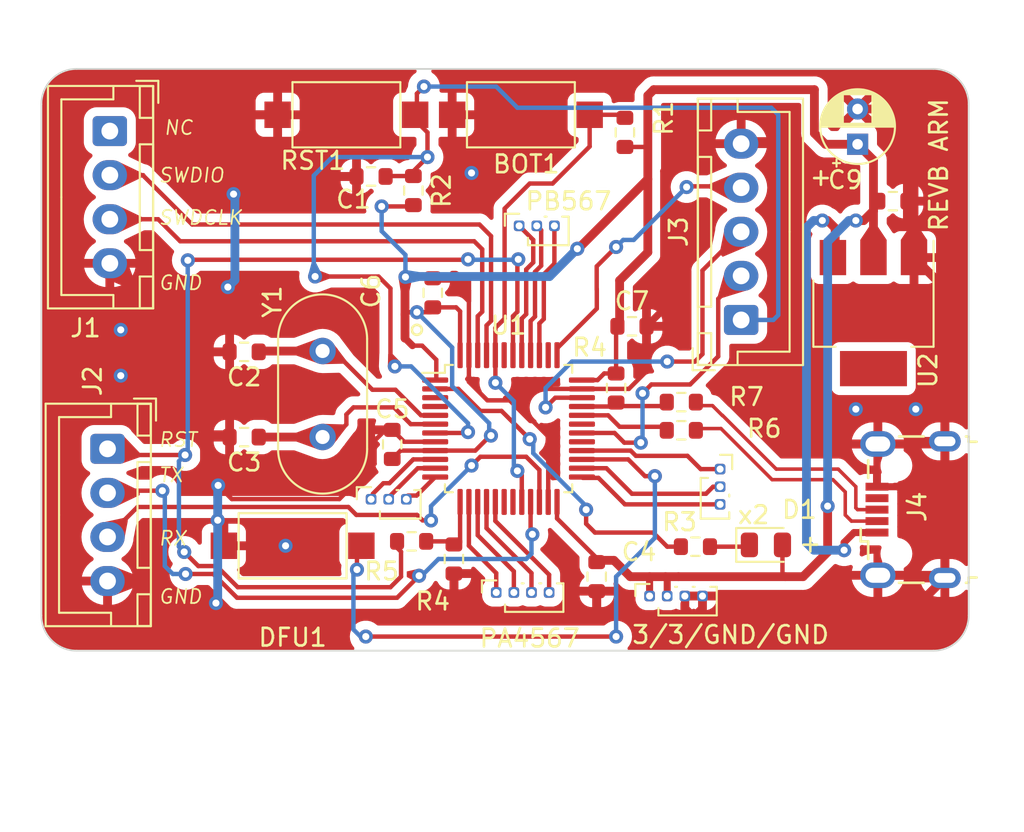
<source format=kicad_pcb>
(kicad_pcb (version 20230517) (generator pcbnew)
  (layers (0 "F.Cu" signal) (31 "B.Cu" signal) (34 "B.Paste" user) (35 "F.Paste" user) (36 "B.SilkS" user "B.Silkscreen") (37 "F.SilkS" user "F.Silkscreen") (38 "B.Mask" user) (39 "F.Mask" user) (44 "Edge.Cuts" user))
  (net 0 "")
  (net 1 "+3.3V")
  (net 2 "GND")
  (net 3 "OUT_UART_TX")
  (net 4 "OUT_UART_RX")
  (net 5 "UART_TX")
  (net 6 "D-")
  (net 7 "D+")
  (net 8 "SWDIO")
  (net 9 "SWDCLK")
  (net 10 "NRST")
  (net 11 "INOUT_NRESET")
  (net 12 "OUT_SWDIO")
  (net 13 "OUT_SWDCLK")
  (net 14 "Net-(D1-K)")
  (net 15 "Net-(J4-VBUS)")
  (net 18 "IN_FORCE_DFU")
  (net 19 "unconnected-(U1-PA0-Pad10)")
  (net 20 "unconnected-(U1-PA1-Pad11)")
  (net 21 "unconnected-(U1-PA2-Pad12)")
  (net 22 "unconnected-(U1-PA4-Pad14)")
  (net 23 "unconnected-(U1-PA5-Pad15)")
  (net 24 "unconnected-(U1-PA6-Pad16)")
  (net 25 "unconnected-(U1-PA7-Pad17)")
  (net 28 "unconnected-(U1-PB12-Pad25)")
  (net 29 "unconnected-(U1-PB13-Pad26)")
  (net 30 "unconnected-(U1-PB15-Pad28)")
  (net 34 "unconnected-(U1-PB3-Pad39)")
  (net 35 "unconnected-(U1-PB4-Pad40)")
  (net 36 "unconnected-(U1-PB5-Pad41)")
  (net 38 "Net-(U1-BOOT0)")
  (net 39 "Net-(U1-PA3)")
  (net 40 "Net-(U1-PA12)")
  (net 41 "Net-(U1-PA11)")
  (net 42 "Net-(U1-PD0)")
  (net 43 "Net-(U1-PD1)")
  (net 46 "Net-(U1-PC13)")
  (footprint "Connector_USB:USB_Micro-B_Wuerth_629105150521" (layer "F.Cu") (at 152.1 92 90)
    (fp_text reference "J4")
    (fp_text value "USB_OTG")
  )
  (footprint "Resistor_SMD:R_0603_1608Metric" (layer "F.Cu") (at 139.1 87.5 180)
    (fp_text reference "R6")
    (fp_text value "22")
  )
  (footprint "Resistor_SMD:R_0603_1608Metric" (layer "F.Cu") (at 139.9 94.1)
    (fp_text reference "R3")
    (fp_text value "R_Small")
  )
  (footprint "Resistor_SMD:R_0603_1608Metric" (layer "F.Cu") (at 151.1 74.5)
    (fp_text reference "C9")
    (fp_text value "C_Small")
  )
  (footprint "Connector_PinSocket_1.00mm:PinSocket_1x04_P1.00mm_Vertical" (layer "F.Cu") (at 137.3 96.9 90)
    (fp_text reference "3/3/GND/GND")
    (fp_text value "PinSocket_1x04_P1.00mm_Vertical")
  )
  (footprint "Resistor_SMD:R_0603_1608Metric" (layer "F.Cu") (at 134.3 95.8 -90)
    (fp_text reference "C4")
    (fp_text value "C_Small")
  )
  (footprint "Resistor_SMD:R_0603_1608Metric" (layer "F.Cu") (at 135.9 70.6 90)
    (fp_text reference "R1")
    (fp_text value "10k")
  )
  (footprint "Button_Switch_SMD:SW_SPST_CK_RS282G05A3" (layer "F.Cu") (at 120.1 69.6 180)
    (fp_text reference "RST1")
    (fp_text value "SW_DIP_x01")
  )
  (footprint "Resistor_SMD:R_0603_1608Metric" (layer "F.Cu") (at 122.7 88.3 90)
    (fp_text reference "C5")
    (fp_text value "C_Small")
  )
  (footprint "Button_Switch_SMD:SW_SPST_CK_RS282G05A3" (layer "F.Cu") (at 117.05 94.05 180)
    (fp_text reference "DFU1")
    (fp_text value "SW_DIP_x01")
  )
  (footprint "Package_TO_SOT_SMD:SOT-223" (layer "F.Cu") (at 150 80.85 -90)
    (fp_text reference "U2")
    (fp_text value "LM1117-3.3")
  )
  (footprint "Button_Switch_SMD:SW_SPST_CK_RS282G05A3" (layer "F.Cu") (at 130 69.6 180)
    (fp_text reference "BOT1")
    (fp_text value "SW_DIP_x01")
  )
  (footprint "Connector_JST:JST_XH_B4B-XH-A_1x04_P2.50mm_Vertical" (layer "F.Cu") (at 106.55 88.55 -90)
    (fp_text reference "J2")
    (fp_text value "BMP Debug2")
  )
  (footprint "Resistor_SMD:R_0603_1608Metric" (layer "F.Cu") (at 121.5 73.1 180)
    (fp_text reference "C1")
    (fp_text value "C_Small")
  )
  (footprint "Diode_SMD:D_0805_2012Metric" (layer "F.Cu") (at 143.9 94)
    (fp_text reference "D1")
    (fp_text value "LED")
  )
  (footprint "Resistor_SMD:R_0603_1608Metric" (layer "F.Cu") (at 126.2 94.8 90)
    (fp_text reference "R4")
    (fp_text value "R_Small")
  )
  (footprint "Connector_PinSocket_1.00mm:PinSocket_1x04_P1.00mm_Vertical" (layer "F.Cu") (at 128.6 96.7 90)
    (fp_text reference "PA4567")
    (fp_text value "PinSocket_1x04_P1.00mm_Vertical")
  )
  (footprint "Connector_PinSocket_1.00mm:PinSocket_1x03_P1.00mm_Vertical" (layer "F.Cu") (at 141.3 89.7)
    (fp_text reference "x2")
    (fp_text value "PinSocket_1x03_P1.00mm_Vertical")
  )
  (footprint "Capacitor_THT:CP_Radial_D4.0mm_P2.00mm" (layer "F.Cu") (at 149.1 71.2726 90)
    (fp_text reference "C8" hide)
    (fp_text value "C_Polarized")
  )
  (footprint "Connector_PinSocket_1.00mm:PinSocket_1x03_P1.00mm_Vertical" (layer "F.Cu") (at 121.5 91.41 90)
    (fp_text reference "")
    (fp_text value "PinSocket_1x03_P1.00mm_Vertical")
  )
  (footprint "Resistor_SMD:R_0603_1608Metric" (layer "F.Cu") (at 125 79.7 90)
    (fp_text reference "C6")
    (fp_text value "C_Small")
  )
  (footprint "Resistor_SMD:R_0603_1608Metric" (layer "F.Cu") (at 123.9 73.9 90)
    (fp_text reference "R2")
    (fp_text value "R_Small")
  )
  (footprint "Resistor_SMD:R_0603_1608Metric" (layer "F.Cu") (at 114.3 87.884 180)
    (fp_text reference "C3")
    (fp_text value "C_Small")
  )
  (footprint "Connector_JST:JST_XH_B4B-XH-A_1x04_P2.50mm_Vertical" (layer "F.Cu") (at 106.68 70.525 -90)
    (fp_text reference "J1")
    (fp_text value "BMP Debug1")
  )
  (footprint "Package_QFP:LQFP-48_7x7mm_P0.5mm" (layer "F.Cu") (at 129.3 87.4)
    (fp_text reference "U1")
    (fp_text value "STM32F103CBTx")
  )
  (footprint "Resistor_SMD:R_0603_1608Metric" (layer "F.Cu") (at 139.1 85.9 180)
    (fp_text reference "R7")
    (fp_text value "22")
  )
  (footprint "Resistor_SMD:R_0603_1608Metric" (layer "F.Cu") (at 136.3 81.6)
    (fp_text reference "C7")
    (fp_text value "C_Small")
  )
  (footprint "Crystal:Crystal_HC49-U_Vertical" (layer "F.Cu") (at 118.75 83 -90)
    (fp_text reference "Y1")
    (fp_text value "Crystal")
  )
  (footprint "Resistor_SMD:R_0603_1608Metric" (layer "F.Cu") (at 114.3 83.05 180)
    (fp_text reference "C2")
    (fp_text value "C_Small")
  )
  (footprint "Resistor_SMD:R_0603_1608Metric" (layer "F.Cu") (at 123.8 93.8)
    (fp_text reference "R5")
    (fp_text value "10k")
  )
  (footprint "Connector_PinSocket_1.00mm:PinSocket_1x03_P1.00mm_Vertical" (layer "F.Cu") (at 129.9 75.9 90)
    (fp_text reference "PB567")
    (fp_text value "PinSocket_1x03_P1.00mm_Vertical")
  )
  (footprint "Resistor_SMD:R_0603_1608Metric" (layer "F.Cu") (at 135.4 85.1 -90)
    (fp_text reference "R4")
    (fp_text value "1.2k")
  )
  (footprint "Connector_JST:JST_XH_B5B-XH-A_1x05_P2.50mm_Vertical" (layer "F.Cu") (at 142.494011 81.239001 90)
    (fp_text reference "J3")
    (fp_text value "Debug port")
  )
  (gr_circle (center 124.1 81.8) (end 123.9 81.6) (stroke (width 0.15)) (fill none) (layer "F.SilkS"))
  (gr_arc (start 102.8 69) (mid 103.385786 67.585786) (end 104.8 67) (stroke (width 0.1)) (layer "Edge.Cuts"))
  (gr_arc (start 104.8 100) (mid 103.385786 99.414214) (end 102.8 98) (stroke (width 0.1)) (layer "Edge.Cuts"))
  (gr_arc (start 153.4 67) (mid 154.814214 67.585786) (end 155.4 69) (stroke (width 0.1)) (layer "Edge.Cuts"))
  (gr_line (start 104.8 67) (end 153.4 67) (stroke (width 0.1)) (layer "Edge.Cuts"))
  (gr_line (start 155.4 69) (end 155.4 98) (stroke (width 0.1)) (layer "Edge.Cuts"))
  (gr_line (start 102.8 98) (end 102.8 69) (stroke (width 0.1)) (layer "Edge.Cuts"))
  (gr_line (start 153.4 100) (end 104.8 100) (stroke (width 0.1)) (layer "Edge.Cuts"))
  (gr_arc (start 155.4 98) (mid 154.814214 99.414214) (end 153.4 100) (stroke (width 0.1)) (layer "Edge.Cuts"))
  (gr_text "GND" (at 109.4 97.4) (layer "F.SilkS") (effects (font (size 0.8 0.8) (thickness 0.1) italic) (justify left bottom)))
  (gr_text "SWDIO" (at 109.4 73.5) (layer "F.SilkS") (effects (font (size 0.8 0.8) (thickness 0.1) italic) (justify left bottom)))
  (gr_text "NC" (at 109.7 70.8) (layer "F.SilkS") (effects (font (size 0.8 0.8) (thickness 0.1) italic) (justify left bottom)))
  (gr_text "SWDCLK" (at 109.4 75.9) (layer "F.SilkS") (effects (font (size 0.8 0.8) (thickness 0.1) italic) (justify left bottom)))
  (gr_text "RX" (at 109.4 94.1) (layer "F.SilkS") (effects (font (size 0.8 0.8) (thickness 0.1) italic) (justify left bottom)))
  (gr_text "+" (at 145.7 94.5) (layer "F.SilkS") (effects (font (size 1 1)) (justify left bottom)))
  (gr_text "TX" (at 109.4 90.5) (layer "F.SilkS") (effects (font (size 0.8 0.8) (thickness 0.1) italic) (justify left bottom)))
  (gr_text "REVB ARM\n\n" (at 155.9 76.3 90) (layer "F.SilkS") (effects (font (size 1 1)) (justify left bottom)))
  (gr_text "RST" (at 109.4 88.5) (layer "F.SilkS") (effects (font (size 0.8 0.8) (thickness 0.1) italic) (justify left bottom)))
  (gr_text "+" (at 146.3 73.7) (layer "F.SilkS") (effects (font (size 1 1)) (justify left bottom)))
  (gr_text "GND" (at 109.4 79.6) (layer "F.SilkS") (effects (font (size 0.8 0.8) (thickness 0.1) italic) (justify left bottom)))
  (segment (start 144.8375 94) (end 144.8375 95.6395) (width 0.25) (layer "F.Cu") (net 1))
  (segment (start 146.65 70.65) (end 146.65 68.175) (width 0.5) (layer "F.Cu") (net 1))
  (segment (start 136.1 71.425) (end 137.2 71.425) (width 0.25) (layer "F.Cu") (net 1))
  (segment (start 123.425 78.825) (end 123.45 78.8) (width 0.25) (layer "F.Cu") (net 1))
  (segment (start 124.875 80.8) (end 124.1 80.8) (width 0.25) (layer "F.Cu") (net 1))
  (segment (start 133.25 77.2) (end 137.2 73.25) (width 0.5) (layer "F.Cu") (net 1))
  (segment (start 137.2 68.51) (end 137.2 77.4) (width 0.5) (layer "F.Cu") (net 1))
  (segment (start 150 75.044) (end 150 72.1726) (width 0.5) (layer "F.Cu") (net 1))
  (segment (start 138.938 95.802) (end 138.2 95.802) (width 0.5) (layer "F.Cu") (net 1))
  (segment (start 138.2 95.802) (end 137.3 95.802) (width 0.5) (layer "F.Cu") (net 1))
  (segment (start 147.4 94.408) (end 146.006 95.802) (width 0.5) (layer "F.Cu") (net 1))
  (segment (start 149.1 71.2726) (end 147.2726 71.2726) (width 0.5) (layer "F.Cu") (net 1))
  (segment (start 123.425 78.775) (end 123.425 78.75) (width 0.25) (layer "F.Cu") (net 1))
  (segment (start 126.325 80.525) (end 126.55 80.75) (width 0.25) (layer "F.Cu") (net 1))
  (segment (start 123.425 82.275) (end 123.425 80.925) (width 0.5) (layer "F.Cu") (net 1))
  (segment (start 124.1 80.8) (end 123.55 80.8) (width 0.25) (layer "F.Cu") (net 1))
  (segment (start 125.2 83.5) (end 125.2 84.5875) (width 0.25) (layer "F.Cu") (net 1))
  (segment (start 134.3 94.75) (end 132.05 92.5) (width 0.25) (layer "F.Cu") (net 1))
  (segment (start 137.3 96.9) (end 137.3 95.802) (width 0.4) (layer "F.Cu") (net 1))
  (segment (start 134.725 84.275) (end 135.4 84.275) (width 0.25) (layer "F.Cu") (net 1))
  (segment (start 125.1375 88.65) (end 127.413604 88.65) (width 0.25) (layer "F.Cu") (net 1))
  (segment (start 128.263604 87.8) (end 128.3 87.8) (width 0.25) (layer "F.Cu") (net 1))
  (segment (start 134.675 94.875) (end 135.275 94.875) (width 0.5) (layer "F.Cu") (net 1))
  (segment (start 126.55 80.75) (end 126.55 83.2375) (width 0.25) (layer "F.Cu") (net 1))
  (segment (start 150 72.1726) (end 149.1 71.2726) (width 0.5) (layer "F.Cu") (net 1))
  (segment (start 124.397 82.697) (end 123.847 82.697) (width 0.25) (layer "F.Cu") (net 1))
  (segment (start 123.45 78.8) (end 123.425 78.775) (width 0.25) (layer "F.Cu") (net 1))
  (segment (start 150 77.7) (end 150 75.044) (width 0.5) (layer "F.Cu") (net 1))
  (segment (start 136.202 95.802) (end 137.3 95.802) (width 0.5) (layer "F.Cu") (net 1))
  (segment (start 132.05 92.5) (end 132.05 91.5625) (width 0.25) (layer "F.Cu") (net 1))
  (segment (start 134.35 84.65) (end 134.725 84.275) (width 0.25) (layer "F.Cu") (net 1))
  (segment (start 135.275 94.875) (end 136.202 95.802) (width 0.5) (layer "F.Cu") (net 1))
  (segment (start 122.1 74.8) (end 123.825 74.8) (width 0.25) (layer "F.Cu") (net 1))
  (segment (start 125 80.525) (end 126.325 80.525) (width 0.25) (layer "F.Cu") (net 1))
  (segment (start 123.847 82.697) (end 123.425 82.275) (width 0.4) (layer "F.Cu") (net 1))
  (segment (start 127.413604 88.65) (end 128.263604 87.8) (width 0.25) (layer "F.Cu") (net 1))
  (segment (start 144.8375 95.6395) (end 145 95.802) (width 0.25) (layer "F.Cu") (net 1))
  (segment (start 138.3 95.902) (end 138.2 95.802) (width 0.25) (layer "F.Cu") (net 1))
  (segment (start 149 75.6) (end 149.444 75.6) (width 0.5) (layer "F.Cu") (net 1))
  (segment (start 125.2 83.5) (end 124.397 82.697) (width 0.25) (layer "F.Cu") (net 1))
  (segment (start 125.2 84.5875) (end 125.1375 84.65) (width 0.25) (layer "F.Cu") (net 1))
  (segment (start 147.4 91.8) (end 147.4 94.408) (width 0.5) (layer "F.Cu") (net 1))
  (segment (start 138.3 96.9) (end 138.3 95.902) (width 0.4) (layer "F.Cu") (net 1))
  (segment (start 149.444 75.6) (end 150 75.044) (width 0.5) (layer "F.Cu") (net 1))
  (segment (start 146.006 95.802) (end 145 95.802) (width 0.5) (layer "F.Cu") (net 1))
  (segment (start 146.65 68.175) (end 137.535 68.175) (width 0.5) (layer "F.Cu") (net 1))
  (segment (start 135.6 79) (end 135.6 81.475) (width 0.5) (layer "F.Cu") (net 1))
  (segment (start 137.535 68.175) (end 137.2 68.51) (width 0.5) (layer "F.Cu") (net 1))
  (segment (start 137.2 77.4) (end 135.6 79) (width 0.5) (layer "F.Cu") (net 1))
  (segment (start 123.175 88.65) (end 122.7 89.125) (width 0.25) (layer "F.Cu") (net 1))
  (segment (start 147.2726 71.2726) (end 146.65 70.65) (width 0.5) (layer "F.Cu") (net 1))
  (segment (start 123.425 80.925) (end 123.425 78.825) (width 0.5) (layer "F.Cu") (net 1))
  (segment (start 135.4 81.675) (end 135.4 84.275) (width 0.25) (layer "F.Cu") (net 1))
  (segment (start 133.4625 84.65) (end 134.35 84.65) (width 0.25) (layer "F.Cu") (net 1))
  (segment (start 123.425 78.75) (end 123.45 78.725) (width 0.25) (layer "F.Cu") (net 1))
  (segment (start 123.55 80.8) (end 123.425 80.925) (width 0.25) (layer "F.Cu") (net 1))
  (segment (start 125.1375 88.65) (end 123.175 88.65) (width 0.25) (layer "F.Cu") (net 1))
  (segment (start 138.938 95.802) (end 145 95.802) (width 0.5) (layer "F.Cu") (net 1))
  (via (at 123.45 78.8) (size 0.8) (drill 0.4) (layers "F.Cu" "B.Cu") (net 1))
  (via (at 149 75.6) (size 0.8) (drill 0.4) (layers "F.Cu" "B.Cu") (net 1))
  (via (at 147.4 91.8) (size 0.8) (drill 0.4) (layers "F.Cu" "B.Cu") (net 1))
  (via (at 124.1 80.8) (size 0.8) (drill 0.4) (layers "F.Cu" "B.Cu") (net 1))
  (via (at 128.3 87.8) (size 0.8) (drill 0.4) (layers "F.Cu" "B.Cu") (net 1))
  (via (at 122.1 74.8) (size 0.8) (drill 0.4) (layers "F.Cu" "B.Cu") (net 1))
  (via (at 133.2 77.2) (size 0.8) (drill 0.4) (layers "F.Cu" "B.Cu") (net 1))
  (segment (start 147.4 76.8) (end 148.6 75.6) (width 0.5) (layer "B.Cu") (net 1))
  (segment (start 147.4 91.8) (end 147.4 76.8) (width 0.5) (layer "B.Cu") (net 1))
  (segment (start 123.55 78.775) (end 123.575 78.775) (width 0.25) (layer "B.Cu") (net 1))
  (segment (start 122.1 76.2) (end 122.1 74.8) (width 0.25) (layer "B.Cu") (net 1))
  (segment (start 133.2 77.2) (end 131.625 78.775) (width 0.5) (layer "B.Cu") (net 1))
  (segment (start 123.6 78.775) (end 123.45 78.75) (width 0.25) (layer "B.Cu") (net 1))
  (segment (start 128.2 87.1) (end 126.1 85) (width 0.25) (layer "B.Cu") (net 1))
  (segment (start 123.45 78.75) (end 123.55 78.775) (width 0.25) (layer "B.Cu") (net 1))
  (segment (start 123.45 78.8) (end 123.45 77.55) (width 0.25) (layer "B.Cu") (net 1))
  (segment (start 128.2 87.7) (end 128.2 87.1) (width 0.25) (layer "B.Cu") (net 1))
  (segment (start 126.1 85) (end 126.1 82.8) (width 0.25) (layer "B.Cu") (net 1))
  (segment (start 128.3 87.8) (end 128.2 87.7) (width 0.25) (layer "B.Cu") (net 1))
  (segment (start 123.45 77.55) (end 122.1 76.2) (width 0.25) (layer "B.Cu") (net 1))
  (segment (start 131.625 78.775) (end 123.6 78.775) (width 0.5) (layer "B.Cu") (net 1))
  (segment (start 126.1 82.8) (end 124.1 80.8) (width 0.25) (layer "B.Cu") (net 1))
  (segment (start 148.6 75.6) (end 149 75.6) (width 0.5) (layer "B.Cu") (net 1))
  (segment (start 123.049 87.82) (end 123.379 88.15) (width 0.25) (layer "F.Cu") (net 2))
  (segment (start 139.3 97.544) (end 139.3 96.9) (width 0.4) (layer "F.Cu") (net 2))
  (segment (start 126.357315 78.875) (end 127.05 79.567685) (width 0.25) (layer "F.Cu") (net 2))
  (segment (start 113.475 79.475) (end 113.375 79.375) (width 0.4) (layer "F.Cu") (net 2))
  (segment (start 112 89.8) (end 112.825 90.625) (width 0.4) (layer "F.Cu") (net 2))
  (segment (start 154.05 95.875) (end 154.05 90.5) (width 0.5) (layer "F.Cu") (net 2))
  (segment (start 145.288 86.36) (end 147.203 88.275) (width 0.5) (layer "F.Cu") (net 2))
  (segment (start 114.3 69.6) (end 115.9 69.6) (width 0.5) (layer "F.Cu") (net 2))
  (segment (start 113.291 87.7) (end 112 87.7) (width 0.4) (layer "F.Cu") (net 2))
  (segment (start 133.4625 85.15) (end 136.124695 85.15) (width 0.25) (layer "F.Cu") (net 2))
  (segment (start 134.3 96.625) (end 134.3 97.869) (width 0.5) (layer "F.Cu") (net 2))
  (segment (start 150.25 95.725) (end 153.9 95.725) (width 0.5) (layer "F.Cu") (net 2))
  (segment (start 144.78 71.12) (end 142.805 71.12) (width 0.5) (layer "F.Cu") (net 2))
  (segment (start 139.8 98.044) (end 139.3 97.544) (width 0.4) (layer "F.Cu") (net 2))
  (segment (start 126.2 95.625) (end 126.2 97.925) (width 0.5) (layer "F.Cu") (net 2))
  (segment (start 142.494 71.24) (end 139.66 71.24) (width 0.4) (layer "F.Cu") (net 2))
  (segment (start 130 85.8) (end 128.1 85.8) (width 0.25) (layer "F.Cu") (net 2))
  (segment (start 150.25 88.275) (end 153.9 88.275) (width 0.5) (layer "F.Cu") (net 2))
  (segment (start 113.1 92.9) (end 112.8 92.6) (width 0.5) (layer "F.Cu") (net 2))
  (segment (start 130 86.3) (end 131.55 87.85) (width 0.25) (layer "F.Cu") (net 2))
  (segment (start 127.05 79.567685) (end 127.05 83.2375) (width 0.25) (layer "F.Cu") (net 2))
  (segment (start 122.7 87.475) (end 122.315 87.475) (width 0.25) (layer "F.Cu") (net 2))
  (segment (start 130.65 85.15) (end 130 85.8) (width 0.25) (layer "F.Cu") (net 2))
  (segment (start 145.288 84.3) (end 145.288 86.36) (width 0.5) (layer "F.Cu") (net 2))
  (segment (start 138.1 72.8) (end 138.1 80.625) (width 0.4) (layer "F.Cu") (net 2))
  (segment (start 110.744 98.044) (end 108.75 96.05) (width 0.5) (layer "F.Cu") (net 2))
  (segment (start 113.3 80.2) (end 108.855 80.2) (width 0.5) (layer "F.Cu") (net 2))
  (segment (start 120.5875 73.1) (end 113.8125 73.1) (width 0.5) (layer "F.Cu") (net 2))
  (segment (start 113.725 70.175) (end 114.3 69.6) (width 0.5) (layer "F.Cu") (net 2))
  (segment (start 113.1 93.9) (end 113.1 92.9) (width 0.5) (layer "F.Cu") (net 2))
  (segment (start 151.4726 69.2726) (end 152.3 70.1) (width 0.5) (layer "F.Cu") (net 2))
  (segment (start 113.475 83.05) (end 112.25 83.05) (width 0.4) (layer "F.Cu") (net 2))
  (segment (start 138.1 80.625) (end 137.125 81.6) (width 0.4) (layer "F.Cu") (net 2))
  (segment (start 123.379 88.15) (end 125.1375 88.15) (width 0.25) (layer "F.Cu") (net 2))
  (segment (start 121.7 88.09) (end 121.7 89.4) (width 0.25) (layer "F.Cu") (net 2))
  (segment (start 139.8 98.044) (end 151.881 98.044) (width 0.5) (layer "F.Cu") (net 2))
  (segment (start 137.125 84.149695) (end 137.125 81.6) (width 0.25) (layer "F.Cu") (net 2))
  (segment (start 113.6 91.4) (end 112.825 90.625) (width 0.25) (layer "F.Cu") (net 2))
  (segment (start 154.05 79.45) (end 152.3 77.7) (width 0.5) (layer "F.Cu") (net 2))
  (segment (start 112.7 97.275) (end 112.7 97.969) (width 0.5) (layer "F.Cu") (net 2))
  (segment (start 112.725 90.625) (end 112.8 90.55) (width 0.25) (layer "F.Cu") (net 2))
  (segment (start 136.124695 85.15) (end 137.125 84.149695) (width 0.25) (layer "F.Cu") (net 2))
  (segment (start 150.2 90.7) (end 153.85 90.7) (width 0.4) (layer "F.Cu") (net 2))
  (segment (start 112 87.7) (end 112 89.8) (width 0.4) (layer "F.Cu") (net 2))
  (segment (start 108.75 96.05) (end 106.55 96.05) (width 0.5) (layer "F.Cu") (net 2))
  (segment (start 152.3 70.1) (end 152.3 77.7) (width 0.5) (layer "F.Cu") (net 2))
  (segment (start 145.288 84.3) (end 145.288 71.628) (width 0.5) (layer "F.Cu") (net 2))
  (segment (start 121.7 89.4) (end 119.7 91.4) (width 0.25) (layer "F.Cu") (net 2))
  (segment (start 154.05 90.5) (end 154.05 79.45) (width 0.5) (layer "F.Cu") (net 2))
  (segment (start 130 85.8) (end 130 86.3) (width 0.25) (layer "F.Cu") (net 2))
  (segment (start 112 83.3) (end 112 87.7) (width 0.4) (layer "F.Cu") (net 2))
  (segment (start 145.288 71.628) (end 144.78 71.12) (width 0.5) (layer "F.Cu") (net 2))
  (segment (start 122.315 87.475) (end 121.7 88.09) (width 0.25) (layer "F.Cu") (net 2))
  (segment (start 131.55 87.85) (end 131.55 91.5625) (width 0.25) (layer "F.Cu") (net 2))
  (segment (start 112.625 98.044) (end 110.744 98.044) (width 0.5) (layer "F.Cu") (net 2))
  (segment (start 139.8 98.044) (end 140.3 97.544) (width 0.4) (layer "F.Cu") (net 2))
  (segment (start 112.825 90.625) (end 112.725 90.625) (width 0.25) (layer "F.Cu") (net 2))
  (segment (start 112.625 98.044) (end 139.8 98.044) (width 0.5) (layer "F.Cu") (net 2))
  (segment (start 150.2 90.7) (end 150.2 88.325) (width 0.4) (layer "F.Cu") (net 2))
  (segment (start 151.881 98.044) (end 154.05 95.875) (width 0.5) (layer "F.Cu") (net 2))
  (segment (start 113.725 74.1) (end 113.725 70.175) (width 0.5) (layer "F.Cu") (net 2))
  (segment (start 108.855 80.2) (end 106.68 78.025) (width 0.5) (layer "F.Cu") (net 2))
  (segment (start 133.4625 85.15) (end 130.65 85.15) (width 0.25) (layer "F.Cu") (net 2))
  (segment (start 140.3 97.544) (end 140.3 96.9) (width 0.4) (layer "F.Cu") (net 2))
  (segment (start 139.66 71.24) (end 138.1 72.8) (width 0.4) (layer "F.Cu") (net 2))
  (segment (start 127.05 84.75) (end 127.05 83.2375) (width 0.25) (layer "F.Cu") (net 2))
  (segment (start 128.1 85.8) (end 127.05 84.75) (width 0.25) (layer "F.Cu") (net 2))
  (segment (start 147.203 88.275) (end 150.25 88.275) (width 0.5) (layer "F.Cu") (net 2))
  (segment (start 112.25 83.05) (end 112 83.3) (width 0.4) (layer "F.Cu") (net 2))
  (segment (start 153.85 90.7) (end 154.05 90.5) (width 0.25) (layer "F.Cu") (net 2))
  (segment (start 113.475 83.05) (end 113.475 79.475) (width 0.4) (layer "F.Cu") (net 2))
  (segment (start 149.1 69.2726) (end 151.4726 69.2726) (width 0.5) (layer "F.Cu") (net 2))
  (segment (start 113.6 91.4) (end 119.7 91.4) (width 0.25) (layer "F.Cu") (net 2))
  (segment (start 125 78.875) (end 126.357315 78.875) (width 0.25) (layer "F.Cu") (net 2))
  (segment (start 112.825 90.525) (end 112.825 90.625) (width 0.25) (layer "F.Cu") (net 2))
  (segment (start 112.7 97.969) (end 112.625 98.044) (width 0.5) (layer "F.Cu") (net 2))
  (via (at 107.3 84.4) (size 0.8) (drill 0.4) (layers "F.Cu" "B.Cu") (net 2))
  (via (at 152.4 86.3) (size 0.8) (drill 0.4) (layers "F.Cu" "B.Cu") (net 2))
  (via (at 112.8 92.6) (size 0.8) (drill 0.4) (layers "F.Cu" "B.Cu") (net 2))
  (via (at 107.3 81.8) (size 0.8) (drill 0.4) (layers "F.Cu" "B.Cu") (net 2))
  (via (at 116.65 94.05) (size 0.8) (drill 0.4) (layers "F.Cu" "B.Cu") (net 2))
  (via (at 149 86.3) (size 0.8) (drill 0.4) (layers "F.Cu" "B.Cu") (net 2))
  (via (at 113.7 74.1) (size 0.8) (drill 0.4) (layers "F.Cu" "B.Cu") (net 2))
  (via (at 112.825 90.625) (size 0.8) (drill 0.4) (layers "F.Cu" "B.Cu") (net 2))
  (via (at 113.375 79.375) (size 0.8) (drill 0.4) (layers "F.Cu" "B.Cu") (net 2))
  (via locked (at 112.7 97.3) (size 0.8) (drill 0.4) (layers "F.Cu" "B.Cu") (net 2))
  (via (at 127.2 72.9) (size 0.8) (drill 0.4) (layers "F.Cu" "B.Cu") (net 2))
  (segment (start 112.8 90.9) (end 112.8 91.3) (width 0.5) (layer "B.Cu") (net 2))
  (segment (start 112.8 91.3) (end 112.8 92.7) (width 0.5) (layer "B.Cu") (net 2))
  (segment (start 112.8 92.7) (end 112.8 97.2) (width 0.5) (layer "B.Cu") (net 2))
  (segment (start 113.775 78.975) (end 113.775 74.15) (width 0.5) (layer "B.Cu") (net 2))
  (segment (start 112.8 97.2) (end 112.7 97.3) (width 0.5) (layer "B.Cu") (net 2))
  (segment (start 113.375 79.375) (end 113.775 78.975) (width 0.5) (layer "B.Cu") (net 2))
  (segment (start 113.775 74.15) (end 113.725 74.1) (width 0.5) (layer "B.Cu") (net 2))
  (segment (start 130.55 93.35) (end 130.6 93.4) (width 0.25) (layer "F.Cu") (net 3))
  (segment (start 130.65 93.4) (end 130.65 93.45) (width 0.25) (layer "F.Cu") (net 3))
  (segment (start 112.55 95.65) (end 113.9 97) (width 0.25) (layer "F.Cu") (net 3))
  (segment (start 106.675 90.925) (end 109.659946 90.925) (width 0.25) (layer "F.Cu") (net 3))
  (segment (start 113.9 97) (end 122.975 97) (width 0.25) (layer "F.Cu") (net 3))
  (segment (start 130.65 93.45) (end 130.6 93.4) (width 0.25) (layer "F.Cu") (net 3))
  (segment (start 122.975 97) (end 124.225 95.75) (width 0.25) (layer "F.Cu") (net 3))
  (segment (start 130.55 91.5625) (end 130.55 93.35) (width 0.25) (layer "F.Cu") (net 3))
  (segment (start 110.975 95.65) (end 112.55 95.65) (width 0.25) (layer "F.Cu") (net 3))
  (segment (start 130.6 93.4) (end 130.65 93.4) (width 0.25) (layer "F.Cu") (net 3))
  (via (at 124.225 95.75) (size 0.8) (drill 0.4) (layers "F.Cu" "B.Cu") (net 3))
  (via (at 109.659946 90.925) (size 0.8) (drill 0.4) (layers "F.Cu" "B.Cu") (net 3))
  (via (at 110.975 95.65) (size 0.8) (drill 0.4) (layers "F.Cu" "B.Cu") (net 3))
  (via (at 130.65 93.4) (size 0.8) (drill 0.4) (layers "F.Cu" "B.Cu") (net 3))
  (segment (start 130.6 94.5) (end 130.3 94.8) (width 0.25) (layer "B.Cu") (net 3))
  (segment (start 109.8 95.2) (end 110.25 95.65) (width 0.25) (layer "B.Cu") (net 3))
  (segment (start 130.6 93.4) (end 130.6 94.5) (width 0.25) (layer "B.Cu") (net 3))
  (segment (start 130.3 94.8) (end 125.325 94.8) (width 0.25) (layer "B.Cu") (net 3))
  (segment (start 125.325 94.8) (end 124.4 95.725) (width 0.25) (layer "B.Cu") (net 3))
  (segment (start 110.25 95.65) (end 110.975 95.65) (width 0.25) (layer "B.Cu") (net 3))
  (segment (start 109.8 91.065054) (end 109.8 95.2) (width 0.25) (layer "B.Cu") (net 3))
  (segment (start 109.659946 90.925) (end 109.8 91.065054) (width 0.25) (layer "B.Cu") (net 3))
  (segment (start 127.7 89) (end 130.3 89) (width 0.25) (layer "F.Cu") (net 4))
  (segment (start 124.9 92.61) (end 124.421751 92.61) (width 0.25) (layer "F.Cu") (net 4))
  (segment (start 127.2 89.5) (end 127.7 89) (width 0.25) (layer "F.Cu") (net 4))
  (segment (start 108.25 91.85) (end 106.55 93.55) (width 0.25) (layer "F.Cu") (net 4))
  (segment (start 131.05 89.75) (end 131.05 91.5625) (width 0.25) (layer "F.Cu") (net 4))
  (segment (start 130.3 89) (end 131.05 89.75) (width 0.25) (layer "F.Cu") (net 4))
  (segment (start 124.111751 92.3) (end 120.665 92.3) (width 0.25) (layer "F.Cu") (net 4))
  (segment (start 120.665 92.3) (end 120.215 91.85) (width 0.25) (layer "F.Cu") (net 4))
  (segment (start 124.421751 92.61) (end 124.111751 92.3) (width 0.25) (layer "F.Cu") (net 4))
  (segment (start 120.215 91.85) (end 108.25 91.85) (width 0.25) (layer "F.Cu") (net 4))
  (via (at 124.9 92.61) (size 0.8) (drill 0.4) (layers "F.Cu" "B.Cu") (net 4))
  (via (at 127.2 89.5) (size 0.8) (drill 0.4) (layers "F.Cu" "B.Cu") (net 4))
  (segment (start 124.9 92.61) (end 124.9 91.8) (width 0.25) (layer "B.Cu") (net 4))
  (segment (start 124.9 91.8) (end 127.1 89.6) (width 0.25) (layer "B.Cu") (net 4))
  (segment (start 135.863604 88.2) (end 136.8 88.2) (width 0.25) (layer "F.Cu") (net 5))
  (segment (start 141.194 80.039012) (end 141.194 83.306) (width 0.25) (layer "F.Cu") (net 5))
  (segment (start 135.313604 87.65) (end 135.863604 88.2) (width 0.25) (layer "F.Cu") (net 5))
  (segment (start 139.6 84.9) (end 137.4 84.9) (width 0.25) (layer "F.Cu") (net 5))
  (segment (start 137.4 84.9) (end 136.9 85.4) (width 0.25) (layer "F.Cu") (net 5))
  (segment (start 141.194 83.306) (end 139.6 84.9) (width 0.25) (layer "F.Cu") (net 5))
  (segment (start 142.494011 78.739001) (end 141.194 80.039012) (width 0.25) (layer "F.Cu") (net 5))
  (segment (start 133.4625 87.65) (end 135.313604 87.65) (width 0.25) (layer "F.Cu") (net 5))
  (via (at 136.9 85.4) (size 0.8) (drill 0.4) (layers "F.Cu" "B.Cu") (net 5))
  (via (at 136.8 88.2) (size 0.8) (drill 0.4) (layers "F.Cu" "B.Cu") (net 5))
  (segment (start 136.9 88.1) (end 136.8 88.2) (width 0.25) (layer "B.Cu") (net 5))
  (segment (start 136.9 85.4) (end 136.9 88.1) (width 0.25) (layer "B.Cu") (net 5))
  (segment (start 150.2 92.65) (end 148.75 92.65) (width 0.2) (layer "F.Cu") (net 6))
  (segment (start 141.35 87.4) (end 140.025 87.4) (width 0.2) (layer "F.Cu") (net 6))
  (segment (start 147.7 90.3) (end 144.25 90.3) (width 0.2) (layer "F.Cu") (net 6))
  (segment (start 148.4 91) (end 147.7 90.3) (width 0.2) (layer "F.Cu") (net 6))
  (segment (start 148.75 92.65) (end 148.4 92.3) (width 0.2) (layer "F.Cu") (net 6))
  (segment (start 148.4 92.3) (end 148.4 91) (width 0.2) (layer "F.Cu") (net 6))
  (segment (start 144.25 90.3) (end 141.35 87.4) (width 0.2) (layer "F.Cu") (net 6))
  (segment (start 149.1 92) (end 150.2 92) (width 0.2) (layer "F.Cu") (net 7))
  (segment (start 144.484601 89.7) (end 148 89.7) (width 0.2) (layer "F.Cu") (net 7))
  (segment (start 148 89.7) (end 149 90.7) (width 0.2) (layer "F.Cu") (net 7))
  (segment (start 149 91.9) (end 149.1 92) (width 0.2) (layer "F.Cu") (net 7))
  (segment (start 149 90.7) (end 149 91.9) (width 0.2) (layer "F.Cu") (net 7))
  (segment (start 141.434601 86.65) (end 144.484601 89.7) (width 0.2) (layer "F.Cu") (net 7))
  (segment (start 141.434601 86.6673) (end 140.9 86.132699) (width 0.2) (layer "F.Cu") (net 7))
  (segment (start 140.9 86.132699) (end 140.867301 86.1) (width 0.2) (layer "F.Cu") (net 7))
  (segment (start 140.867301 86.1) (end 140.025 86.1) (width 0.2) (layer "F.Cu") (net 7))
  (segment (start 140.3 78.433012) (end 140.3 83.175) (width 0.25) (layer "F.Cu") (net 8))
  (segment (start 142.573012 76.16) (end 140.3 78.433012) (width 0.25) (layer "F.Cu") (net 8))
  (segment (start 131.4 86.2) (end 131.95 85.65) (width 0.25) (layer "F.Cu") (net 8))
  (segment (start 131.95 85.65) (end 133.4625 85.65) (width 0.25) (layer "F.Cu") (net 8))
  (segment (start 140.3 83.175) (end 139.875 83.6) (width 0.25) (layer "F.Cu") (net 8))
  (segment (start 139.875 83.6) (end 138.3 83.6) (width 0.25) (layer "F.Cu") (net 8))
  (via (at 131.4 86.2) (size 0.8) (drill 0.4) (layers "F.Cu" "B.Cu") (net 8))
  (via (at 138.3 83.6) (size 0.8) (drill 0.4) (layers "F.Cu" "B.Cu") (net 8))
  (segment (start 132.9 83.6) (end 131.4 85.1) (width 0.25) (layer "B.Cu") (net 8))
  (segment (start 131.4 85.1) (end 131.4 86.2) (width 0.25) (layer "B.Cu") (net 8))
  (segment (start 138.3 83.6) (end 132.9 83.6) (width 0.25) (layer "B.Cu") (net 8))
  (segment (start 139.3895 73.66) (end 142.765 73.66) (width 0.25) (layer "F.Cu") (net 9))
  (segment (start 134.306 80.594) (end 132.05 82.85) (width 0.25) (layer "F.Cu") (net 9))
  (segment (start 134.306 79.492) (end 134.306 80.594) (width 0.25) (layer "F.Cu") (net 9))
  (segment (start 134.3 78.2) (end 134.3 79.486) (width 0.25) (layer "F.Cu") (net 9))
  (segment (start 134.3 79.486) (end 134.306 79.492) (width 0.25) (layer "F.Cu") (net 9))
  (segment (start 135.4 77.1) (end 134.3 78.2) (width 0.25) (layer "F.Cu") (net 9))
  (via (at 135.4 77.1) (size 0.8) (drill 0.4) (layers "F.Cu" "B.Cu") (net 9))
  (via (at 139.4 73.7) (size 0.8) (drill 0.4) (layers "F.Cu" "B.Cu") (net 9))
  (segment (start 136.4 76.7) (end 135.8 76.7) (width 0.25) (layer "B.Cu") (net 9))
  (segment (start 135.8 76.7) (end 135.4 77.1) (width 0.25) (layer "B.Cu") (net 9))
  (segment (start 139.4 73.7) (end 136.4 76.7) (width 0.25) (layer "B.Cu") (net 9))
  (segment (start 124.7 72) (end 124.7 70.6) (width 0.25) (layer "F.Cu") (net 10))
  (segment (start 124.5 68) (end 124.1 68.4) (width 0.25) (layer "F.Cu") (net 10))
  (segment (start 125.1375 87.65) (end 126.95 87.65) (width 0.25) (layer "F.Cu") (net 10))
  (segment (start 122.6 79.45) (end 122.6 83.8625) (width 0.25) (layer "F.Cu") (net 10))
  (segment (start 124.1 68.4) (end 124.1 69.2) (width 0.25) (layer "F.Cu") (net 10))
  (segment (start 122.875 83.85) (end 122.85 83.875) (width 0.25) (layer "F.Cu") (net 10))
  (segment (start 123.9 72.8) (end 124.7 72) (width 0.25) (layer "F.Cu") (net 10))
  (segment (start 121.925 78.775) (end 122.6 79.45) (width 0.25) (layer "F.Cu") (net 10))
  (segment (start 126.95 87.65) (end 127 87.6) (width 0.25) (layer "F.Cu") (net 10))
  (segment (start 118.325 78.775) (end 121.925 78.775) (width 0.25) (layer "F.Cu") (net 10))
  (segment (start 122.85 83.875) (end 122.875 83.9) (width 0.25) (layer "F.Cu") (net 10))
  (segment (start 123.9 73.075) (end 122.35 73.075) (width 0.25) (layer "F.Cu") (net 10))
  (segment (start 124.7 70.6) (end 123.7 69.6) (width 0.25) (layer "F.Cu") (net 10))
  (via (at 124.7 72) (size 0.8) (drill 0.4) (layers "F.Cu" "B.Cu") (net 10))
  (via (at 118.325 78.775) (size 0.8) (drill 0.4) (layers "F.Cu" "B.Cu") (net 10))
  (via (at 124.5 68) (size 0.8) (drill 0.4) (layers "F.Cu" "B.Cu") (net 10))
  (via (at 127 87.6) (size 0.8) (drill 0.4) (layers "F.Cu" "B.Cu") (net 10))
  (via (at 122.85 83.875) (size 0.8) (drill 0.4) (layers "F.Cu" "B.Cu") (net 10))
  (segment (start 144.2 69.2) (end 129.8 69.2) (width 0.25) (layer "B.Cu") (net 10))
  (segment (start 118.25 78.7) (end 118.325 78.775) (width 0.25) (layer "B.Cu") (net 10))
  (segment (start 118.25 73.05) (end 118.25 78.7) (width 0.25) (layer "B.Cu") (net 10))
  (segment (start 122.85 83.875) (end 123.775 83.875) (width 0.25) (layer "B.Cu") (net 10))
  (segment (start 118.25 73.05) (end 119.3 72) (width 0.25) (layer "B.Cu") (net 10))
  (segment (start 128.6 68) (end 124.5 68) (width 0.25) (layer "B.Cu") (net 10))
  (segment (start 144.321998 81.239001) (end 144.6 80.960999) (width 0.25) (layer "B.Cu") (net 10))
  (segment (start 144.6 80.960999) (end 144.6 69.6) (width 0.25) (layer "B.Cu") (net 10))
  (segment (start 144.6 69.6) (end 144.2 69.2) (width 0.25) (layer "B.Cu") (net 10))
  (segment (start 129.8 69.2) (end 128.6 68) (width 0.25) (layer "B.Cu") (net 10))
  (segment (start 142.494011 81.239001) (end 144.321998 81.239001) (width 0.25) (layer "B.Cu") (net 10))
  (segment (start 119.3 72) (end 124.7 72) (width 0.25) (layer "B.Cu") (net 10))
  (segment (start 127 87.1) (end 127 87.6) (width 0.25) (layer "B.Cu") (net 10))
  (segment (start 123.775 83.875) (end 127 87.1) (width 0.25) (layer "B.Cu") (net 10))
  (segment (start 110.950497 88.9) (end 106.9 88.9) (width 0.25) (layer "F.Cu") (net 11))
  (segment (start 122.795 93.98) (end 123.2 94.385) (width 0.25) (layer "F.Cu") (net 11))
  (segment (start 111.136882 77.825) (end 111.105694 77.856188) (width 0.25) (layer "F.Cu") (net 11))
  (segment (start 129.55 81.025) (end 129.55 83.2375) (width 0.25) (layer "F.Cu") (net 11))
  (segment (start 122.6 96.4) (end 113.936396 96.4) (width 0.25) (layer "F.Cu") (net 11))
  (segment (start 127 77.825) (end 111.136882 77.825) (width 0.25) (layer "F.Cu") (net 11))
  (segment (start 129.8 80.775) (end 129.55 81.025) (width 0.25) (layer "F.Cu") (net 11))
  (segment (start 123.2 95.8) (end 122.6 96.4) (width 0.25) (layer "F.Cu") (net 11))
  (segment (start 111.7 95.2) (end 110.9 94.4) (width 0.25) (layer "F.Cu") (net 11))
  (segment (start 112.736396 95.2) (end 111.7 95.2) (width 0.25) (layer "F.Cu") (net 11))
  (segment (start 129.8 80.775) (end 129.8 77.85) (width 0.25) (layer "F.Cu") (net 11))
  (segment (start 113.936396 96.4) (end 112.736396 95.2) (width 0.25) (layer "F.Cu") (net 11))
  (segment (start 123.2 94.385) (end 123.2 95.8) (width 0.25) (layer "F.Cu") (net 11))
  (via (at 110.9 94.4) (size 0.8) (drill 0.4) (layers "F.Cu" "B.Cu") (net 11))
  (via (at 110.950497 88.9) (size 0.8) (drill 0.4) (layers "F.Cu" "B.Cu") (net 11))
  (via (at 129.85 77.8) (size 0.8) (drill 0.4) (layers "F.Cu" "B.Cu") (net 11))
  (via (at 127 77.8) (size 0.8) (drill 0.4) (layers "F.Cu" "B.Cu") (net 11))
  (via (at 111.105694 77.856188) (size 0.8) (drill 0.4) (layers "F.Cu" "B.Cu") (net 11))
  (segment (start 129.8 77.85) (end 129.775 77.825) (width 0.25) (layer "B.Cu") (net 11))
  (segment (start 111.1 88.750497) (end 111.1 77.861882) (width 0.25) (layer "B.Cu") (net 11))
  (segment (start 111.1 77.861882) (end 111.105694 77.856188) (width 0.25) (layer "B.Cu") (net 11))
  (segment (start 110.950497 88.9) (end 110.6 89.250497) (width 0.25) (layer "B.Cu") (net 11))
  (segment (start 110.950497 88.9) (end 111.1 88.750497) (width 0.25) (layer "B.Cu") (net 11))
  (segment (start 129.775 77.825) (end 127 77.825) (width 0.25) (layer "B.Cu") (net 11))
  (segment (start 110.6 89.250497) (end 110.6 94.1) (width 0.25) (layer "B.Cu") (net 11))
  (segment (start 110.6 94.1) (end 110.9 94.4) (width 0.25) (layer "B.Cu") (net 11))
  (segment (start 128.306 76.481) (end 127.65 75.825) (width 0.25) (layer "F.Cu") (net 12))
  (segment (start 127.65 75.825) (end 111.35 75.825) (width 0.25) (layer "F.Cu") (net 12))
  (segment (start 106.68 73.025) (end 108.575 73.025) (width 0.25) (layer "F.Cu") (net 12))
  (segment (start 128.306 81.296305) (end 128.306 76.481) (width 0.25) (layer "F.Cu") (net 12))
  (segment (start 128.05 81.552305) (end 128.05 83.2375) (width 0.25) (layer "F.Cu") (net 12))
  (segment (start 111.35 75.825) (end 108.55 73.025) (width 0.25) (layer "F.Cu") (net 12))
  (segment (start 128.306 81.296305) (end 128.05 81.552305) (width 0.25) (layer "F.Cu") (net 12))
  (segment (start 106.68 75.525) (end 109.4225 75.525) (width 0.25) (layer "F.Cu") (net 13))
  (segment (start 127.55 81.028) (end 127.55 83.2375) (width 0.25) (layer "F.Cu") (net 13))
  (segment (start 127.806 77.231) (end 127.806 80.772) (width 0.25) (layer "F.Cu") (net 13))
  (segment (start 110.6725 76.775) (end 127.35 76.775) (width 0.25) (layer "F.Cu") (net 13))
  (segment (start 109.4225 75.525) (end 110.6725 76.775) (width 0.25) (layer "F.Cu") (net 13))
  (segment (start 127.35 76.775) (end 127.806 77.231) (width 0.25) (layer "F.Cu") (net 13))
  (segment (start 127.806 80.772) (end 127.55 81.028) (width 0.25) (layer "F.Cu") (net 13))
  (segment (start 140.725 94.1) (end 142.8625 94.1) (width 0.25) (layer "F.Cu") (net 14))
  (segment (start 147.4 75.6) (end 147.1 75.6) (width 0.5) (layer "F.Cu") (net 15))
  (segment (start 147.828 76.028) (end 147.4 75.6) (width 0.5) (layer "F.Cu") (net 15))
  (segment (start 148.336 93.864) (end 148.336 94.3) (width 0.4) (layer "F.Cu") (net 15))
  (segment (start 150.2 93.3) (end 148.9 93.3) (width 0.4) (layer "F.Cu") (net 15))
  (segment (start 147.828 77.572) (end 147.828 76.028) (width 0.5) (layer "F.Cu") (net 15))
  (segment (start 148.9 93.3) (end 148.336 93.864) (width 0.4) (layer "F.Cu") (net 15))
  (via (at 147.1 75.6) (size 0.8) (drill 0.4) (layers "F.Cu" "B.Cu") (net 15))
  (via (at 148.336 94.3) (size 0.8) (drill 0.4) (layers "F.Cu" "B.Cu") (net 15))
  (segment (start 146.2 93.876) (end 146.624 94.3) (width 0.5) (layer "B.Cu") (net 15))
  (segment (start 146.624 94.3) (end 148.336 94.3) (width 0.5) (layer "B.Cu") (net 15))
  (segment (start 146.2 76) (end 146.2 93.876) (width 0.5) (layer "B.Cu") (net 15))
  (segment (start 146.6 75.6) (end 146.2 76) (width 0.5) (layer "B.Cu") (net 15))
  (segment (start 147.1 75.6) (end 146.6 75.6) (width 0.5) (layer "B.Cu") (net 15))
  (segment (start 133.4625 89.15) (end 136.088299 89.15) (width 0.25) (layer "F.Cu") (net 18))
  (segment (start 137.038299 90.1) (end 137.6 90.1) (width 0.25) (layer "F.Cu") (net 18))
  (segment (start 136.088299 89.15) (end 137.038299 90.1) (width 0.25) (layer "F.Cu") (net 18))
  (segment (start 120.7 95.4) (end 120.7 94.1) (width 0.25) (layer "F.Cu") (net 18))
  (segment (start 135.4 99.2) (end 121.2 99.2) (width 0.25) (layer "F.Cu") (net 18))
  (via (at 121.2 99.2) (size 0.8) (drill 0.4) (layers "F.Cu" "B.Cu") (net 18))
  (via (at 137.6 90.1) (size 0.8) (drill 0.4) (layers "F.Cu" "B.Cu") (net 18))
  (via (at 120.7 95.4) (size 0.8) (drill 0.4) (layers "F.Cu" "B.Cu") (net 18))
  (via (at 135.4 99.2) (size 0.8) (drill 0.4) (layers "F.Cu" "B.Cu") (net 18))
  (segment (start 137.6 90.1) (end 137.6 93.6) (width 0.25) (layer "B.Cu") (net 18))
  (segment (start 137.6 93.6) (end 135.4 95.8) (width 0.25) (layer "B.Cu") (net 18))
  (segment (start 120.5 95.6) (end 120.7 95.4) (width 0.25) (layer "B.Cu") (net 18))
  (segment (start 120.9 99.2) (end 120.5 98.8) (width 0.25) (layer "B.Cu") (net 18))
  (segment (start 135.4 95.8) (end 135.4 99.2) (width 0.25) (layer "B.Cu") (net 18))
  (segment (start 120.5 98.8) (end 120.5 95.6) (width 0.25) (layer "B.Cu") (net 18))
  (segment (start 121.2 99.2) (end 120.9 99.2) (width 0.25) (layer "B.Cu") (net 18))
  (segment (start 125.1375 89.15) (end 123.892462 89.15) (width 0.25) (layer "F.Cu") (net 19))
  (segment (start 123.892462 89.15) (end 122.542462 90.5) (width 0.25) (layer "F.Cu") (net 19))
  (segment (start 122.2 90.5) (end 121.6 91.1) (width 0.25) (layer "F.Cu") (net 19))
  (segment (start 122.542462 90.5) (end 122.2 90.5) (width 0.25) (layer "F.Cu") (net 19))
  (segment (start 124.15 89.65) (end 125.1375 89.65) (width 0.25) (layer "F.Cu") (net 20))
  (segment (start 122.6 91.2) (end 124.15 89.65) (width 0.25) (layer "F.Cu") (net 20))
  (segment (start 123.6 91.2) (end 124.0875 91.2) (width 0.25) (layer "F.Cu") (net 21))
  (segment (start 124.0875 91.2) (end 125.1375 90.15) (width 0.25) (layer "F.Cu") (net 21))
  (segment (start 128.6 95.6) (end 127.05 94.05) (width 0.25) (layer "F.Cu") (net 22))
  (segment (start 128.6 96.5) (end 128.6 95.6) (width 0.25) (layer "F.Cu") (net 22))
  (segment (start 127.05 94.05) (end 127.05 91.5625) (width 0.25) (layer "F.Cu") (net 22))
  (segment (start 127.55 93.45) (end 129.6 95.5) (width 0.25) (layer "F.Cu") (net 23))
  (segment (start 127.55 91.5625) (end 127.55 93.45) (width 0.25) (layer "F.Cu") (net 23))
  (segment (start 129.6 95.5) (end 129.6 96.5) (width 0.25) (layer "F.Cu") (net 23))
  (segment (start 130.6 95.6) (end 128.05 93.05) (width 0.25) (layer "F.Cu") (net 24))
  (segment (start 130.6 96.5) (end 130.6 95.6) (width 0.25) (layer "F.Cu") (net 24))
  (segment (start 128.05 93.05) (end 128.05 91.5625) (width 0.25) (layer "F.Cu") (net 24))
  (segment (start 131.6 96.5) (end 131.6 95.691852) (width 0.25) (layer "F.Cu") (net 25))
  (segment (start 131.6 95.691852) (end 128.55 92.641852) (width 0.25) (layer "F.Cu") (net 25))
  (segment (start 128.55 92.641852) (end 128.55 91.5625) (width 0.25) (layer "F.Cu") (net 25))
  (segment (start 134.4 90.2) (end 135.9 91.7) (width 0.25) (layer "F.Cu") (net 28))
  (segment (start 133.5125 90.2) (end 134.4 90.2) (width 0.25) (layer "F.Cu") (net 28))
  (segment (start 135.9 91.7) (end 141.3 91.7) (width 0.25) (layer "F.Cu") (net 28))
  (segment (start 140.9 90.7) (end 140.5 91.1) (width 0.25) (layer "F.Cu") (net 29))
  (segment (start 141.3 90.7) (end 140.9 90.7) (width 0.25) (layer "F.Cu") (net 29))
  (segment (start 140.5 91.1) (end 136.3 91.1) (width 0.25) (layer "F.Cu") (net 29))
  (segment (start 134.85 89.65) (end 133.4625 89.65) (width 0.25) (layer "F.Cu") (net 29))
  (segment (start 136.3 91.1) (end 134.85 89.65) (width 0.25) (layer "F.Cu") (net 29))
  (segment (start 136.524695 88.95) (end 139.45 88.95) (width 0.25) (layer "F.Cu") (net 30))
  (segment (start 139.45 88.95) (end 140.2 89.7) (width 0.25) (layer "F.Cu") (net 30))
  (segment (start 133.4625 88.65) (end 136.224695 88.65) (width 0.25) (layer "F.Cu") (net 30))
  (segment (start 140.2 89.7) (end 141.3 89.7) (width 0.25) (layer "F.Cu") (net 30))
  (segment (start 136.224695 88.65) (end 136.524695 88.95) (width 0.25) (layer "F.Cu") (net 30))
  (segment (start 131.3 81.184188) (end 131.3 78.648097) (width 0.25) (layer "F.Cu") (net 34))
  (segment (start 131.05 81.434188) (end 131.3 81.184188) (width 0.25) (layer "F.Cu") (net 34))
  (segment (start 131.3 78.648097) (end 131.9 78.048097) (width 0.25) (layer "F.Cu") (net 34))
  (segment (start 131.9 78.048097) (end 131.9 75.9) (width 0.25) (layer "F.Cu") (net 34))
  (segment (start 131.05 83.2375) (end 131.05 81.434188) (width 0.25) (layer "F.Cu") (net 34))
  (segment (start 131.15 78.161701) (end 131.15 76.15) (width 0.25) (layer "F.Cu") (net 35))
  (segment (start 130.55 83.2375) (end 130.55 81.297792) (width 0.25) (layer "F.Cu") (net 35))
  (segment (start 131.15 76.15) (end 130.9 75.9) (width 0.25) (layer "F.Cu") (net 35))
  (segment (start 130.8 78.511701) (end 131.15 78.161701) (width 0.25) (layer "F.Cu") (net 35))
  (segment (start 130.8 81.047792) (end 130.8 78.511701) (width 0.25) (layer "F.Cu") (net 35))
  (segment (start 130.55 81.297792) (end 130.8 81.047792) (width 0.25) (layer "F.Cu") (net 35))
  (segment (start 130.05 83.2375) (end 130.05 81.161396) (width 0.25) (layer "F.Cu") (net 36))
  (segment (start 130.05 81.161396) (end 130.3 80.911396) (width 0.25) (layer "F.Cu") (net 36))
  (segment (start 130.3 80.911396) (end 130.3 78.375305) (width 0.25) (layer "F.Cu") (net 36))
  (segment (start 130.7 76.7) (end 129.9 75.9) (width 0.25) (layer "F.Cu") (net 36))
  (segment (start 130.7 77.975305) (end 130.7 76.7) (width 0.25) (layer "F.Cu") (net 36))
  (segment (start 130.3 78.375305) (end 130.7 77.975305) (width 0.25) (layer "F.Cu") (net 36))
  (segment (start 133.9 69.6) (end 135.925 69.6) (width 0.25) (layer "F.Cu") (net 38))
  (segment (start 128.55 81.688701) (end 128.55 83.2375) (width 0.25) (layer "F.Cu") (net 38))
  (segment (start 133.9 71.4) (end 131.8 73.5) (width 0.25) (layer "F.Cu") (net 38))
  (segment (start 129.075 81.163701) (end 128.55 81.688701) (width 0.25) (layer "F.Cu") (net 38))
  (segment (start 131.8 73.5) (end 130.5 73.5) (width 0.25) (layer "F.Cu") (net 38))
  (segment (start 130.05 91.5625) (end 130.05 90.05) (width 0.25) (layer "F.Cu") (net 38))
  (segment (start 130.5 73.5) (end 129.075 74.925) (width 0.25) (layer "F.Cu") (net 38))
  (segment (start 130.05 90.05) (end 129.8 89.8) (width 0.25) (layer "F.Cu") (net 38))
  (segment (start 133.9 69.6) (end 133.9 71.4) (width 0.25) (layer "F.Cu") (net 38))
  (segment (start 128.552871 84.8) (end 128.552871 83.240371) (width 0.25) (layer "F.Cu") (net 38))
  (segment (start 129.075 74.925) (end 129.075 81.163701) (width 0.25) (layer "F.Cu") (net 38))
  (via (at 128.552871 84.8) (size 0.8) (drill 0.4) (layers "F.Cu" "B.Cu") (net 38))
  (via (at 129.8 89.8) (size 0.8) (drill 0.4) (layers "F.Cu" "B.Cu") (net 38))
  (segment (start 129.6 85.847129) (end 128.552871 84.8) (width 0.25) (layer "B.Cu") (net 38))
  (segment (start 129.8 89.8) (end 129.6 89.6) (width 0.25) (layer "B.Cu") (net 38))
  (segment (start 129.6 89.6) (end 129.6 85.847129) (width 0.25) (layer "B.Cu") (net 38))
  (segment (start 126.55 92.149) (end 126.55 93.851) (width 0.25) (layer "F.Cu") (net 39))
  (segment (start 124.625 93.8) (end 126.4575 93.8) (width 0.25) (layer "F.Cu") (net 39))
  (segment (start 133.4625 86.15) (end 135.175 86.15) (width 0.25) (layer "F.Cu") (net 40))
  (segment (start 138.05 86.125) (end 135.6 86.125) (width 0.25) (layer "F.Cu") (net 40))
  (segment (start 134.95 86.65) (end 133.4625 86.65) (width 0.25) (layer "F.Cu") (net 41))
  (segment (start 138.275 87.3) (end 135.6 87.3) (width 0.25) (layer "F.Cu") (net 41))
  (segment (start 135.6 87.3) (end 134.95 86.65) (width 0.25) (layer "F.Cu") (net 41))
  (segment (start 125.1375 86.65) (end 124.334315 86.65) (width 0.25) (layer "F.Cu") (net 42))
  (segment (start 119.38 83.004) (end 115.171 83.004) (width 0.5) (layer "F.Cu") (net 42))
  (segment (start 122.884315 85.2) (end 121.576 85.2) (width 0.25) (layer "F.Cu") (net 42))
  (segment (start 121.576 85.2) (end 119.38 83.004) (width 0.25) (layer "F.Cu") (net 42))
  (segment (start 124.334315 86.65) (end 122.884315 85.2) (width 0.25) (layer "F.Cu") (net 42))
  (segment (start 120.5 86.2) (end 120.1 86.6) (width 0.25) (layer "F.Cu") (net 43))
  (segment (start 122.8 86.2) (end 120.5 86.2) (width 0.25) (layer "F.Cu") (net 43))
  (segment (start 115.46 87.884) (end 119.38 87.884) (width 0.5) (layer "F.Cu") (net 43))
  (segment (start 120.1 87.164) (end 119.38 87.884) (width 0.25) (layer "F.Cu") (net 43))
  (segment (start 125.1375 87.15) (end 123.75 87.15) (width 0.25) (layer "F.Cu") (net 43))
  (segment (start 123.75 87.15) (end 122.8 86.2) (width 0.25) (layer "F.Cu") (net 43))
  (segment (start 120.1 86.6) (end 120.1 87.164) (width 0.25) (layer "F.Cu") (net 43))
  (segment (start 137.5 93.3) (end 138.3 94.1) (width 0.25) (layer "F.Cu") (net 46))
  (segment (start 125.1375 85.15) (end 126.45 85.15) (width 0.25) (layer "F.Cu") (net 46))
  (segment (start 134.2 93.3) (end 133.7 92.8) (width 0.25) (layer "F.Cu") (net 46))
  (segment (start 126.45 85.15) (end 127.7 86.4) (width 0.25) (layer "F.Cu") (net 46))
  (segment (start 138.3 94.1) (end 139.075 94.1) (width 0.25) (layer "F.Cu") (net 46))
  (segment (start 127.7 86.4) (end 128.9 86.4) (width 0.25) (layer "F.Cu") (net 46))
  (segment (start 130.3 87.8) (end 130.7 87.8) (width 0.25) (layer "F.Cu") (net 46))
  (segment (start 128.9 86.4) (end 130.3 87.8) (width 0.25) (layer "F.Cu") (net 46))
  (segment (start 134.2 93.3) (end 137.5 93.3) (width 0.25) (layer "F.Cu") (net 46))
  (segment (start 133.7 92.8) (end 133.7 92) (width 0.25) (layer "F.Cu") (net 46))
  (via (at 130.5 88) (size 0.8) (drill 0.4) (layers "F.Cu" "B.Cu") (net 46))
  (via (at 133.7 92) (size 0.8) (drill 0.4) (layers "F.Cu" "B.Cu") (net 46))
  (segment (start 130.7 88.8) (end 130.7 87.8) (width 0.25) (layer "B.Cu") (net 46))
  (segment (start 133.7 91.8) (end 130.7 88.8) (width 0.25) (layer "B.Cu") (net 46))
  (segment (start 133.7 92) (end 133.7 91.8) (width 0.25) (layer "B.Cu") (net 46))
  (zone (net 2) (net_name "GND") (layer "F.Cu") (priority 1) (connect_pads (clearance 0.5)) (min_thickness 0.25) (fill yes (thermal_gap 0.5) (thermal_bridge_width 0.5))
    (polygon (pts (xy 100.45 64.1) (xy 157.5 65) (xy 158.3 105.55) (xy 100.45 105)))
  )
)
</source>
